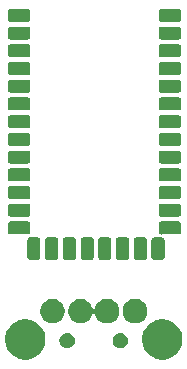
<source format=gbr>
G04 #@! TF.GenerationSoftware,KiCad,Pcbnew,(5.1.5)-3*
G04 #@! TF.CreationDate,2021-04-30T23:34:10+03:00*
G04 #@! TF.ProjectId,HM10USBDongle,484d3130-5553-4424-946f-6e676c652e6b,rev?*
G04 #@! TF.SameCoordinates,Original*
G04 #@! TF.FileFunction,Soldermask,Top*
G04 #@! TF.FilePolarity,Negative*
%FSLAX46Y46*%
G04 Gerber Fmt 4.6, Leading zero omitted, Abs format (unit mm)*
G04 Created by KiCad (PCBNEW (5.1.5)-3) date 2021-04-30 23:34:10*
%MOMM*%
%LPD*%
G04 APERTURE LIST*
%ADD10C,0.100000*%
G04 APERTURE END LIST*
D10*
G36*
X139918354Y-93330375D02*
G01*
X140028439Y-93352272D01*
X140339534Y-93481132D01*
X140619512Y-93668207D01*
X140857613Y-93906308D01*
X141044688Y-94186286D01*
X141161622Y-94468588D01*
X141173548Y-94497382D01*
X141231049Y-94786454D01*
X141239240Y-94827637D01*
X141239240Y-95164363D01*
X141173548Y-95494619D01*
X141044688Y-95805714D01*
X140857613Y-96085692D01*
X140619512Y-96323793D01*
X140339534Y-96510868D01*
X140028439Y-96639728D01*
X139918354Y-96661625D01*
X139698185Y-96705420D01*
X139361455Y-96705420D01*
X139141286Y-96661625D01*
X139031201Y-96639728D01*
X138720106Y-96510868D01*
X138440128Y-96323793D01*
X138202027Y-96085692D01*
X138014952Y-95805714D01*
X137886092Y-95494619D01*
X137820400Y-95164363D01*
X137820400Y-94827637D01*
X137828592Y-94786454D01*
X137886092Y-94497382D01*
X137898019Y-94468588D01*
X138014952Y-94186286D01*
X138202027Y-93906308D01*
X138440128Y-93668207D01*
X138720106Y-93481132D01*
X139031201Y-93352272D01*
X139141286Y-93330375D01*
X139361455Y-93286580D01*
X139698185Y-93286580D01*
X139918354Y-93330375D01*
G37*
G36*
X128320714Y-93330375D02*
G01*
X128430799Y-93352272D01*
X128741894Y-93481132D01*
X129021872Y-93668207D01*
X129259973Y-93906308D01*
X129447048Y-94186286D01*
X129563982Y-94468588D01*
X129575908Y-94497382D01*
X129633409Y-94786454D01*
X129641600Y-94827637D01*
X129641600Y-95164363D01*
X129575908Y-95494619D01*
X129447048Y-95805714D01*
X129259973Y-96085692D01*
X129021872Y-96323793D01*
X128741894Y-96510868D01*
X128430799Y-96639728D01*
X128320714Y-96661625D01*
X128100545Y-96705420D01*
X127763815Y-96705420D01*
X127543646Y-96661625D01*
X127433561Y-96639728D01*
X127122466Y-96510868D01*
X126842488Y-96323793D01*
X126604387Y-96085692D01*
X126417312Y-95805714D01*
X126288452Y-95494619D01*
X126222760Y-95164363D01*
X126222760Y-94827637D01*
X126230952Y-94786454D01*
X126288452Y-94497382D01*
X126300379Y-94468588D01*
X126417312Y-94186286D01*
X126604387Y-93906308D01*
X126842488Y-93668207D01*
X127122466Y-93481132D01*
X127433561Y-93352272D01*
X127543646Y-93330375D01*
X127763815Y-93286580D01*
X128100545Y-93286580D01*
X128320714Y-93330375D01*
G37*
G36*
X131673137Y-94468587D02*
G01*
X131791707Y-94517700D01*
X131898411Y-94588997D01*
X131989163Y-94679749D01*
X132060460Y-94786453D01*
X132109573Y-94905023D01*
X132134610Y-95030891D01*
X132134610Y-95159229D01*
X132109573Y-95285097D01*
X132060460Y-95403667D01*
X131989163Y-95510371D01*
X131898411Y-95601123D01*
X131791707Y-95672420D01*
X131673137Y-95721533D01*
X131547269Y-95746570D01*
X131418931Y-95746570D01*
X131293063Y-95721533D01*
X131174493Y-95672420D01*
X131067789Y-95601123D01*
X130977037Y-95510371D01*
X130905740Y-95403667D01*
X130856627Y-95285097D01*
X130831590Y-95159229D01*
X130831590Y-95030891D01*
X130856627Y-94905023D01*
X130905740Y-94786453D01*
X130977037Y-94679749D01*
X131067789Y-94588997D01*
X131174493Y-94517700D01*
X131293063Y-94468587D01*
X131418931Y-94443550D01*
X131547269Y-94443550D01*
X131673137Y-94468587D01*
G37*
G36*
X136168937Y-94468587D02*
G01*
X136287507Y-94517700D01*
X136394211Y-94588997D01*
X136484963Y-94679749D01*
X136556260Y-94786453D01*
X136605373Y-94905023D01*
X136630410Y-95030891D01*
X136630410Y-95159229D01*
X136605373Y-95285097D01*
X136556260Y-95403667D01*
X136484963Y-95510371D01*
X136394211Y-95601123D01*
X136287507Y-95672420D01*
X136168937Y-95721533D01*
X136043069Y-95746570D01*
X135914731Y-95746570D01*
X135788863Y-95721533D01*
X135670293Y-95672420D01*
X135563589Y-95601123D01*
X135472837Y-95510371D01*
X135401540Y-95403667D01*
X135352427Y-95285097D01*
X135327390Y-95159229D01*
X135327390Y-95030891D01*
X135352427Y-94905023D01*
X135401540Y-94786453D01*
X135472837Y-94679749D01*
X135563589Y-94588997D01*
X135670293Y-94517700D01*
X135788863Y-94468587D01*
X135914731Y-94443550D01*
X136043069Y-94443550D01*
X136168937Y-94468587D01*
G37*
G36*
X132909545Y-91596860D02*
G01*
X133099068Y-91675363D01*
X133269634Y-91789332D01*
X133414688Y-91934386D01*
X133414689Y-91934388D01*
X133528658Y-92104954D01*
X133607160Y-92294475D01*
X133608403Y-92300725D01*
X133615516Y-92324174D01*
X133627067Y-92345784D01*
X133642612Y-92364726D01*
X133661554Y-92380272D01*
X133683165Y-92391823D01*
X133706613Y-92398936D01*
X133731000Y-92401338D01*
X133755386Y-92398936D01*
X133778835Y-92391823D01*
X133800445Y-92380272D01*
X133819387Y-92364727D01*
X133834933Y-92345785D01*
X133846484Y-92324174D01*
X133853597Y-92300725D01*
X133854840Y-92294475D01*
X133933342Y-92104954D01*
X134047311Y-91934388D01*
X134047312Y-91934386D01*
X134192366Y-91789332D01*
X134362932Y-91675363D01*
X134552455Y-91596860D01*
X134753650Y-91556840D01*
X134958790Y-91556840D01*
X135159985Y-91596860D01*
X135349508Y-91675363D01*
X135520074Y-91789332D01*
X135665128Y-91934386D01*
X135779097Y-92104952D01*
X135857600Y-92294475D01*
X135897620Y-92495671D01*
X135897620Y-92700809D01*
X135857600Y-92902005D01*
X135779097Y-93091528D01*
X135665128Y-93262094D01*
X135520074Y-93407148D01*
X135349508Y-93521117D01*
X135349507Y-93521118D01*
X135349506Y-93521118D01*
X135159985Y-93599620D01*
X134958790Y-93639640D01*
X134753650Y-93639640D01*
X134552455Y-93599620D01*
X134362934Y-93521118D01*
X134362933Y-93521118D01*
X134362932Y-93521117D01*
X134192366Y-93407148D01*
X134047312Y-93262094D01*
X133933343Y-93091528D01*
X133854840Y-92902005D01*
X133853596Y-92895753D01*
X133846484Y-92872306D01*
X133834933Y-92850696D01*
X133819388Y-92831754D01*
X133800446Y-92816208D01*
X133778835Y-92804657D01*
X133755387Y-92797544D01*
X133731000Y-92795142D01*
X133706614Y-92797544D01*
X133683165Y-92804657D01*
X133661555Y-92816208D01*
X133642613Y-92831753D01*
X133627067Y-92850695D01*
X133615516Y-92872306D01*
X133608404Y-92895753D01*
X133607160Y-92902005D01*
X133528657Y-93091528D01*
X133414688Y-93262094D01*
X133269634Y-93407148D01*
X133099068Y-93521117D01*
X133099067Y-93521118D01*
X133099066Y-93521118D01*
X132909545Y-93599620D01*
X132708350Y-93639640D01*
X132503210Y-93639640D01*
X132302015Y-93599620D01*
X132112494Y-93521118D01*
X132112493Y-93521118D01*
X132112492Y-93521117D01*
X131941926Y-93407148D01*
X131796872Y-93262094D01*
X131682903Y-93091528D01*
X131604400Y-92902005D01*
X131564380Y-92700809D01*
X131564380Y-92495671D01*
X131604400Y-92294475D01*
X131682903Y-92104952D01*
X131796872Y-91934386D01*
X131941926Y-91789332D01*
X132112492Y-91675363D01*
X132302015Y-91596860D01*
X132503210Y-91556840D01*
X132708350Y-91556840D01*
X132909545Y-91596860D01*
G37*
G36*
X130537185Y-91596860D02*
G01*
X130726708Y-91675363D01*
X130897274Y-91789332D01*
X131042328Y-91934386D01*
X131156297Y-92104952D01*
X131234800Y-92294475D01*
X131274820Y-92495671D01*
X131274820Y-92700809D01*
X131234800Y-92902005D01*
X131156297Y-93091528D01*
X131042328Y-93262094D01*
X130897274Y-93407148D01*
X130726708Y-93521117D01*
X130726707Y-93521118D01*
X130726706Y-93521118D01*
X130537185Y-93599620D01*
X130335990Y-93639640D01*
X130130850Y-93639640D01*
X129929655Y-93599620D01*
X129740134Y-93521118D01*
X129740133Y-93521118D01*
X129740132Y-93521117D01*
X129569566Y-93407148D01*
X129424512Y-93262094D01*
X129310543Y-93091528D01*
X129232040Y-92902005D01*
X129192020Y-92700809D01*
X129192020Y-92495671D01*
X129232040Y-92294475D01*
X129310543Y-92104952D01*
X129424512Y-91934386D01*
X129569566Y-91789332D01*
X129740132Y-91675363D01*
X129929655Y-91596860D01*
X130130850Y-91556840D01*
X130335990Y-91556840D01*
X130537185Y-91596860D01*
G37*
G36*
X137532345Y-91596860D02*
G01*
X137721868Y-91675363D01*
X137892434Y-91789332D01*
X138037488Y-91934386D01*
X138151457Y-92104952D01*
X138229960Y-92294475D01*
X138269980Y-92495671D01*
X138269980Y-92700809D01*
X138229960Y-92902005D01*
X138151457Y-93091528D01*
X138037488Y-93262094D01*
X137892434Y-93407148D01*
X137721868Y-93521117D01*
X137721867Y-93521118D01*
X137721866Y-93521118D01*
X137532345Y-93599620D01*
X137331150Y-93639640D01*
X137126010Y-93639640D01*
X136924815Y-93599620D01*
X136735294Y-93521118D01*
X136735293Y-93521118D01*
X136735292Y-93521117D01*
X136564726Y-93407148D01*
X136419672Y-93262094D01*
X136305703Y-93091528D01*
X136227200Y-92902005D01*
X136187180Y-92700809D01*
X136187180Y-92495671D01*
X136227200Y-92294475D01*
X136305703Y-92104952D01*
X136419672Y-91934386D01*
X136564726Y-91789332D01*
X136735292Y-91675363D01*
X136924815Y-91596860D01*
X137126010Y-91556840D01*
X137331150Y-91556840D01*
X137532345Y-91596860D01*
G37*
G36*
X138050433Y-86357686D02*
G01*
X138090283Y-86369774D01*
X138126998Y-86389399D01*
X138159185Y-86415814D01*
X138185600Y-86448001D01*
X138205225Y-86484716D01*
X138217313Y-86524566D01*
X138221999Y-86572141D01*
X138221999Y-88035859D01*
X138217313Y-88083434D01*
X138205225Y-88123284D01*
X138185600Y-88159999D01*
X138159185Y-88192186D01*
X138126998Y-88218601D01*
X138090283Y-88238226D01*
X138050433Y-88250314D01*
X138002858Y-88255000D01*
X137339140Y-88255000D01*
X137291565Y-88250314D01*
X137251715Y-88238226D01*
X137215000Y-88218601D01*
X137182813Y-88192186D01*
X137156398Y-88159999D01*
X137136773Y-88123284D01*
X137124685Y-88083434D01*
X137119999Y-88035859D01*
X137119999Y-86572141D01*
X137124685Y-86524566D01*
X137136773Y-86484716D01*
X137156398Y-86448001D01*
X137182813Y-86415814D01*
X137215000Y-86389399D01*
X137251715Y-86369774D01*
X137291565Y-86357686D01*
X137339140Y-86353000D01*
X138002858Y-86353000D01*
X138050433Y-86357686D01*
G37*
G36*
X132050433Y-86357686D02*
G01*
X132090283Y-86369774D01*
X132126998Y-86389399D01*
X132159185Y-86415814D01*
X132185600Y-86448001D01*
X132205225Y-86484716D01*
X132217313Y-86524566D01*
X132221999Y-86572141D01*
X132221999Y-88035859D01*
X132217313Y-88083434D01*
X132205225Y-88123284D01*
X132185600Y-88159999D01*
X132159185Y-88192186D01*
X132126998Y-88218601D01*
X132090283Y-88238226D01*
X132050433Y-88250314D01*
X132002858Y-88255000D01*
X131339140Y-88255000D01*
X131291565Y-88250314D01*
X131251715Y-88238226D01*
X131215000Y-88218601D01*
X131182813Y-88192186D01*
X131156398Y-88159999D01*
X131136773Y-88123284D01*
X131124685Y-88083434D01*
X131119999Y-88035859D01*
X131119999Y-86572141D01*
X131124685Y-86524566D01*
X131136773Y-86484716D01*
X131156398Y-86448001D01*
X131182813Y-86415814D01*
X131215000Y-86389399D01*
X131251715Y-86369774D01*
X131291565Y-86357686D01*
X131339140Y-86353000D01*
X132002858Y-86353000D01*
X132050433Y-86357686D01*
G37*
G36*
X130550433Y-86357686D02*
G01*
X130590283Y-86369774D01*
X130626998Y-86389399D01*
X130659185Y-86415814D01*
X130685600Y-86448001D01*
X130705225Y-86484716D01*
X130717313Y-86524566D01*
X130721999Y-86572141D01*
X130721999Y-88035859D01*
X130717313Y-88083434D01*
X130705225Y-88123284D01*
X130685600Y-88159999D01*
X130659185Y-88192186D01*
X130626998Y-88218601D01*
X130590283Y-88238226D01*
X130550433Y-88250314D01*
X130502858Y-88255000D01*
X129839140Y-88255000D01*
X129791565Y-88250314D01*
X129751715Y-88238226D01*
X129715000Y-88218601D01*
X129682813Y-88192186D01*
X129656398Y-88159999D01*
X129636773Y-88123284D01*
X129624685Y-88083434D01*
X129619999Y-88035859D01*
X129619999Y-86572141D01*
X129624685Y-86524566D01*
X129636773Y-86484716D01*
X129656398Y-86448001D01*
X129682813Y-86415814D01*
X129715000Y-86389399D01*
X129751715Y-86369774D01*
X129791565Y-86357686D01*
X129839140Y-86353000D01*
X130502858Y-86353000D01*
X130550433Y-86357686D01*
G37*
G36*
X135050433Y-86357686D02*
G01*
X135090283Y-86369774D01*
X135126998Y-86389399D01*
X135159185Y-86415814D01*
X135185600Y-86448001D01*
X135205225Y-86484716D01*
X135217313Y-86524566D01*
X135221999Y-86572141D01*
X135221999Y-88035859D01*
X135217313Y-88083434D01*
X135205225Y-88123284D01*
X135185600Y-88159999D01*
X135159185Y-88192186D01*
X135126998Y-88218601D01*
X135090283Y-88238226D01*
X135050433Y-88250314D01*
X135002858Y-88255000D01*
X134339140Y-88255000D01*
X134291565Y-88250314D01*
X134251715Y-88238226D01*
X134215000Y-88218601D01*
X134182813Y-88192186D01*
X134156398Y-88159999D01*
X134136773Y-88123284D01*
X134124685Y-88083434D01*
X134119999Y-88035859D01*
X134119999Y-86572141D01*
X134124685Y-86524566D01*
X134136773Y-86484716D01*
X134156398Y-86448001D01*
X134182813Y-86415814D01*
X134215000Y-86389399D01*
X134251715Y-86369774D01*
X134291565Y-86357686D01*
X134339140Y-86353000D01*
X135002858Y-86353000D01*
X135050433Y-86357686D01*
G37*
G36*
X139481449Y-86345483D02*
G01*
X139517031Y-86354396D01*
X139550433Y-86357686D01*
X139590283Y-86369774D01*
X139626998Y-86389399D01*
X139659185Y-86415814D01*
X139685600Y-86448001D01*
X139705225Y-86484716D01*
X139717313Y-86524566D01*
X139721999Y-86572141D01*
X139721999Y-88035859D01*
X139717313Y-88083434D01*
X139705225Y-88123284D01*
X139685600Y-88159999D01*
X139659185Y-88192186D01*
X139626998Y-88218601D01*
X139590283Y-88238226D01*
X139550433Y-88250314D01*
X139502858Y-88255000D01*
X138839140Y-88255000D01*
X138791565Y-88250314D01*
X138751715Y-88238226D01*
X138715000Y-88218601D01*
X138682813Y-88192186D01*
X138656398Y-88159999D01*
X138636773Y-88123284D01*
X138624685Y-88083434D01*
X138619999Y-88035859D01*
X138619999Y-86572141D01*
X138624685Y-86524566D01*
X138636773Y-86484716D01*
X138656398Y-86448001D01*
X138682813Y-86415814D01*
X138715000Y-86389399D01*
X138751715Y-86369774D01*
X138791565Y-86357686D01*
X138839140Y-86353000D01*
X139412714Y-86353000D01*
X139437100Y-86350598D01*
X139460549Y-86343485D01*
X139469130Y-86338899D01*
X139481449Y-86345483D01*
G37*
G36*
X136550433Y-86357686D02*
G01*
X136590283Y-86369774D01*
X136626998Y-86389399D01*
X136659185Y-86415814D01*
X136685600Y-86448001D01*
X136705225Y-86484716D01*
X136717313Y-86524566D01*
X136721999Y-86572141D01*
X136721999Y-88035859D01*
X136717313Y-88083434D01*
X136705225Y-88123284D01*
X136685600Y-88159999D01*
X136659185Y-88192186D01*
X136626998Y-88218601D01*
X136590283Y-88238226D01*
X136550433Y-88250314D01*
X136502858Y-88255000D01*
X135839140Y-88255000D01*
X135791565Y-88250314D01*
X135751715Y-88238226D01*
X135715000Y-88218601D01*
X135682813Y-88192186D01*
X135656398Y-88159999D01*
X135636773Y-88123284D01*
X135624685Y-88083434D01*
X135619999Y-88035859D01*
X135619999Y-86572141D01*
X135624685Y-86524566D01*
X135636773Y-86484716D01*
X135656398Y-86448001D01*
X135682813Y-86415814D01*
X135715000Y-86389399D01*
X135751715Y-86369774D01*
X135791565Y-86357686D01*
X135839140Y-86353000D01*
X136502858Y-86353000D01*
X136550433Y-86357686D01*
G37*
G36*
X133550433Y-86357686D02*
G01*
X133590283Y-86369774D01*
X133626998Y-86389399D01*
X133659185Y-86415814D01*
X133685600Y-86448001D01*
X133705225Y-86484716D01*
X133717313Y-86524566D01*
X133721999Y-86572141D01*
X133721999Y-88035859D01*
X133717313Y-88083434D01*
X133705225Y-88123284D01*
X133685600Y-88159999D01*
X133659185Y-88192186D01*
X133626998Y-88218601D01*
X133590283Y-88238226D01*
X133550433Y-88250314D01*
X133502858Y-88255000D01*
X132839140Y-88255000D01*
X132791565Y-88250314D01*
X132751715Y-88238226D01*
X132715000Y-88218601D01*
X132682813Y-88192186D01*
X132656398Y-88159999D01*
X132636773Y-88123284D01*
X132624685Y-88083434D01*
X132619999Y-88035859D01*
X132619999Y-86572141D01*
X132624685Y-86524566D01*
X132636773Y-86484716D01*
X132656398Y-86448001D01*
X132682813Y-86415814D01*
X132715000Y-86389399D01*
X132751715Y-86369774D01*
X132791565Y-86357686D01*
X132839140Y-86353000D01*
X133502858Y-86353000D01*
X133550433Y-86357686D01*
G37*
G36*
X129050433Y-86357686D02*
G01*
X129090283Y-86369774D01*
X129126998Y-86389399D01*
X129159185Y-86415814D01*
X129185600Y-86448001D01*
X129205225Y-86484716D01*
X129217313Y-86524566D01*
X129221999Y-86572141D01*
X129221999Y-88035859D01*
X129217313Y-88083434D01*
X129205225Y-88123284D01*
X129185600Y-88159999D01*
X129159185Y-88192186D01*
X129126998Y-88218601D01*
X129090283Y-88238226D01*
X129050433Y-88250314D01*
X129002858Y-88255000D01*
X128339140Y-88255000D01*
X128291565Y-88250314D01*
X128251715Y-88238226D01*
X128215000Y-88218601D01*
X128182813Y-88192186D01*
X128156398Y-88159999D01*
X128136773Y-88123284D01*
X128124685Y-88083434D01*
X128119999Y-88035859D01*
X128119999Y-86572141D01*
X128124685Y-86524566D01*
X128136773Y-86484716D01*
X128156398Y-86448001D01*
X128182813Y-86415814D01*
X128215000Y-86389399D01*
X128251715Y-86369774D01*
X128291565Y-86357686D01*
X128339140Y-86353000D01*
X129002858Y-86353000D01*
X129050433Y-86357686D01*
G37*
G36*
X140950433Y-85007686D02*
G01*
X140990283Y-85019774D01*
X141026998Y-85039399D01*
X141059185Y-85065814D01*
X141085600Y-85098001D01*
X141105225Y-85134716D01*
X141117313Y-85174566D01*
X141121999Y-85222141D01*
X141121999Y-85885859D01*
X141117313Y-85933434D01*
X141105225Y-85973284D01*
X141085600Y-86009999D01*
X141059185Y-86042186D01*
X141026998Y-86068601D01*
X140990283Y-86088226D01*
X140950433Y-86100314D01*
X140902858Y-86105000D01*
X139529284Y-86105000D01*
X139504898Y-86107402D01*
X139481449Y-86114515D01*
X139472868Y-86119101D01*
X139460549Y-86112517D01*
X139424967Y-86103604D01*
X139391565Y-86100314D01*
X139351715Y-86088226D01*
X139315000Y-86068601D01*
X139282813Y-86042186D01*
X139256398Y-86009999D01*
X139236773Y-85973284D01*
X139224685Y-85933434D01*
X139219999Y-85885859D01*
X139219999Y-85222141D01*
X139224685Y-85174566D01*
X139236773Y-85134716D01*
X139256398Y-85098001D01*
X139282813Y-85065814D01*
X139315000Y-85039399D01*
X139351715Y-85019774D01*
X139391565Y-85007686D01*
X139439140Y-85003000D01*
X140902858Y-85003000D01*
X140950433Y-85007686D01*
G37*
G36*
X128200433Y-85007686D02*
G01*
X128240283Y-85019774D01*
X128276998Y-85039399D01*
X128309185Y-85065814D01*
X128335600Y-85098001D01*
X128355225Y-85134716D01*
X128367313Y-85174566D01*
X128371999Y-85222141D01*
X128371999Y-85885859D01*
X128367313Y-85933434D01*
X128355225Y-85973284D01*
X128335600Y-86009999D01*
X128309185Y-86042186D01*
X128276998Y-86068601D01*
X128240283Y-86088226D01*
X128200433Y-86100314D01*
X128152858Y-86105000D01*
X126689140Y-86105000D01*
X126641565Y-86100314D01*
X126601715Y-86088226D01*
X126565000Y-86068601D01*
X126532813Y-86042186D01*
X126506398Y-86009999D01*
X126486773Y-85973284D01*
X126474685Y-85933434D01*
X126469999Y-85885859D01*
X126469999Y-85222141D01*
X126474685Y-85174566D01*
X126486773Y-85134716D01*
X126506398Y-85098001D01*
X126532813Y-85065814D01*
X126565000Y-85039399D01*
X126601715Y-85019774D01*
X126641565Y-85007686D01*
X126689140Y-85003000D01*
X128152858Y-85003000D01*
X128200433Y-85007686D01*
G37*
G36*
X140950433Y-83507686D02*
G01*
X140990283Y-83519774D01*
X141026998Y-83539399D01*
X141059185Y-83565814D01*
X141085600Y-83598001D01*
X141105225Y-83634716D01*
X141117313Y-83674566D01*
X141121999Y-83722141D01*
X141121999Y-84385859D01*
X141117313Y-84433434D01*
X141105225Y-84473284D01*
X141085600Y-84509999D01*
X141059185Y-84542186D01*
X141026998Y-84568601D01*
X140990283Y-84588226D01*
X140950433Y-84600314D01*
X140902858Y-84605000D01*
X139439140Y-84605000D01*
X139391565Y-84600314D01*
X139351715Y-84588226D01*
X139315000Y-84568601D01*
X139282813Y-84542186D01*
X139256398Y-84509999D01*
X139236773Y-84473284D01*
X139224685Y-84433434D01*
X139219999Y-84385859D01*
X139219999Y-83722141D01*
X139224685Y-83674566D01*
X139236773Y-83634716D01*
X139256398Y-83598001D01*
X139282813Y-83565814D01*
X139315000Y-83539399D01*
X139351715Y-83519774D01*
X139391565Y-83507686D01*
X139439140Y-83503000D01*
X140902858Y-83503000D01*
X140950433Y-83507686D01*
G37*
G36*
X128200433Y-83507686D02*
G01*
X128240283Y-83519774D01*
X128276998Y-83539399D01*
X128309185Y-83565814D01*
X128335600Y-83598001D01*
X128355225Y-83634716D01*
X128367313Y-83674566D01*
X128371999Y-83722141D01*
X128371999Y-84385859D01*
X128367313Y-84433434D01*
X128355225Y-84473284D01*
X128335600Y-84509999D01*
X128309185Y-84542186D01*
X128276998Y-84568601D01*
X128240283Y-84588226D01*
X128200433Y-84600314D01*
X128152858Y-84605000D01*
X126689140Y-84605000D01*
X126641565Y-84600314D01*
X126601715Y-84588226D01*
X126565000Y-84568601D01*
X126532813Y-84542186D01*
X126506398Y-84509999D01*
X126486773Y-84473284D01*
X126474685Y-84433434D01*
X126469999Y-84385859D01*
X126469999Y-83722141D01*
X126474685Y-83674566D01*
X126486773Y-83634716D01*
X126506398Y-83598001D01*
X126532813Y-83565814D01*
X126565000Y-83539399D01*
X126601715Y-83519774D01*
X126641565Y-83507686D01*
X126689140Y-83503000D01*
X128152858Y-83503000D01*
X128200433Y-83507686D01*
G37*
G36*
X128200433Y-82007686D02*
G01*
X128240283Y-82019774D01*
X128276998Y-82039399D01*
X128309185Y-82065814D01*
X128335600Y-82098001D01*
X128355225Y-82134716D01*
X128367313Y-82174566D01*
X128371999Y-82222141D01*
X128371999Y-82885859D01*
X128367313Y-82933434D01*
X128355225Y-82973284D01*
X128335600Y-83009999D01*
X128309185Y-83042186D01*
X128276998Y-83068601D01*
X128240283Y-83088226D01*
X128200433Y-83100314D01*
X128152858Y-83105000D01*
X126689140Y-83105000D01*
X126641565Y-83100314D01*
X126601715Y-83088226D01*
X126565000Y-83068601D01*
X126532813Y-83042186D01*
X126506398Y-83009999D01*
X126486773Y-82973284D01*
X126474685Y-82933434D01*
X126469999Y-82885859D01*
X126469999Y-82222141D01*
X126474685Y-82174566D01*
X126486773Y-82134716D01*
X126506398Y-82098001D01*
X126532813Y-82065814D01*
X126565000Y-82039399D01*
X126601715Y-82019774D01*
X126641565Y-82007686D01*
X126689140Y-82003000D01*
X128152858Y-82003000D01*
X128200433Y-82007686D01*
G37*
G36*
X140950433Y-82007686D02*
G01*
X140990283Y-82019774D01*
X141026998Y-82039399D01*
X141059185Y-82065814D01*
X141085600Y-82098001D01*
X141105225Y-82134716D01*
X141117313Y-82174566D01*
X141121999Y-82222141D01*
X141121999Y-82885859D01*
X141117313Y-82933434D01*
X141105225Y-82973284D01*
X141085600Y-83009999D01*
X141059185Y-83042186D01*
X141026998Y-83068601D01*
X140990283Y-83088226D01*
X140950433Y-83100314D01*
X140902858Y-83105000D01*
X139439140Y-83105000D01*
X139391565Y-83100314D01*
X139351715Y-83088226D01*
X139315000Y-83068601D01*
X139282813Y-83042186D01*
X139256398Y-83009999D01*
X139236773Y-82973284D01*
X139224685Y-82933434D01*
X139219999Y-82885859D01*
X139219999Y-82222141D01*
X139224685Y-82174566D01*
X139236773Y-82134716D01*
X139256398Y-82098001D01*
X139282813Y-82065814D01*
X139315000Y-82039399D01*
X139351715Y-82019774D01*
X139391565Y-82007686D01*
X139439140Y-82003000D01*
X140902858Y-82003000D01*
X140950433Y-82007686D01*
G37*
G36*
X128200433Y-80507686D02*
G01*
X128240283Y-80519774D01*
X128276998Y-80539399D01*
X128309185Y-80565814D01*
X128335600Y-80598001D01*
X128355225Y-80634716D01*
X128367313Y-80674566D01*
X128371999Y-80722141D01*
X128371999Y-81385859D01*
X128367313Y-81433434D01*
X128355225Y-81473284D01*
X128335600Y-81509999D01*
X128309185Y-81542186D01*
X128276998Y-81568601D01*
X128240283Y-81588226D01*
X128200433Y-81600314D01*
X128152858Y-81605000D01*
X126689140Y-81605000D01*
X126641565Y-81600314D01*
X126601715Y-81588226D01*
X126565000Y-81568601D01*
X126532813Y-81542186D01*
X126506398Y-81509999D01*
X126486773Y-81473284D01*
X126474685Y-81433434D01*
X126469999Y-81385859D01*
X126469999Y-80722141D01*
X126474685Y-80674566D01*
X126486773Y-80634716D01*
X126506398Y-80598001D01*
X126532813Y-80565814D01*
X126565000Y-80539399D01*
X126601715Y-80519774D01*
X126641565Y-80507686D01*
X126689140Y-80503000D01*
X128152858Y-80503000D01*
X128200433Y-80507686D01*
G37*
G36*
X140950433Y-80507686D02*
G01*
X140990283Y-80519774D01*
X141026998Y-80539399D01*
X141059185Y-80565814D01*
X141085600Y-80598001D01*
X141105225Y-80634716D01*
X141117313Y-80674566D01*
X141121999Y-80722141D01*
X141121999Y-81385859D01*
X141117313Y-81433434D01*
X141105225Y-81473284D01*
X141085600Y-81509999D01*
X141059185Y-81542186D01*
X141026998Y-81568601D01*
X140990283Y-81588226D01*
X140950433Y-81600314D01*
X140902858Y-81605000D01*
X139439140Y-81605000D01*
X139391565Y-81600314D01*
X139351715Y-81588226D01*
X139315000Y-81568601D01*
X139282813Y-81542186D01*
X139256398Y-81509999D01*
X139236773Y-81473284D01*
X139224685Y-81433434D01*
X139219999Y-81385859D01*
X139219999Y-80722141D01*
X139224685Y-80674566D01*
X139236773Y-80634716D01*
X139256398Y-80598001D01*
X139282813Y-80565814D01*
X139315000Y-80539399D01*
X139351715Y-80519774D01*
X139391565Y-80507686D01*
X139439140Y-80503000D01*
X140902858Y-80503000D01*
X140950433Y-80507686D01*
G37*
G36*
X140950433Y-79007686D02*
G01*
X140990283Y-79019774D01*
X141026998Y-79039399D01*
X141059185Y-79065814D01*
X141085600Y-79098001D01*
X141105225Y-79134716D01*
X141117313Y-79174566D01*
X141121999Y-79222141D01*
X141121999Y-79885859D01*
X141117313Y-79933434D01*
X141105225Y-79973284D01*
X141085600Y-80009999D01*
X141059185Y-80042186D01*
X141026998Y-80068601D01*
X140990283Y-80088226D01*
X140950433Y-80100314D01*
X140902858Y-80105000D01*
X139439140Y-80105000D01*
X139391565Y-80100314D01*
X139351715Y-80088226D01*
X139315000Y-80068601D01*
X139282813Y-80042186D01*
X139256398Y-80009999D01*
X139236773Y-79973284D01*
X139224685Y-79933434D01*
X139219999Y-79885859D01*
X139219999Y-79222141D01*
X139224685Y-79174566D01*
X139236773Y-79134716D01*
X139256398Y-79098001D01*
X139282813Y-79065814D01*
X139315000Y-79039399D01*
X139351715Y-79019774D01*
X139391565Y-79007686D01*
X139439140Y-79003000D01*
X140902858Y-79003000D01*
X140950433Y-79007686D01*
G37*
G36*
X128200433Y-79007686D02*
G01*
X128240283Y-79019774D01*
X128276998Y-79039399D01*
X128309185Y-79065814D01*
X128335600Y-79098001D01*
X128355225Y-79134716D01*
X128367313Y-79174566D01*
X128371999Y-79222141D01*
X128371999Y-79885859D01*
X128367313Y-79933434D01*
X128355225Y-79973284D01*
X128335600Y-80009999D01*
X128309185Y-80042186D01*
X128276998Y-80068601D01*
X128240283Y-80088226D01*
X128200433Y-80100314D01*
X128152858Y-80105000D01*
X126689140Y-80105000D01*
X126641565Y-80100314D01*
X126601715Y-80088226D01*
X126565000Y-80068601D01*
X126532813Y-80042186D01*
X126506398Y-80009999D01*
X126486773Y-79973284D01*
X126474685Y-79933434D01*
X126469999Y-79885859D01*
X126469999Y-79222141D01*
X126474685Y-79174566D01*
X126486773Y-79134716D01*
X126506398Y-79098001D01*
X126532813Y-79065814D01*
X126565000Y-79039399D01*
X126601715Y-79019774D01*
X126641565Y-79007686D01*
X126689140Y-79003000D01*
X128152858Y-79003000D01*
X128200433Y-79007686D01*
G37*
G36*
X140950433Y-77507686D02*
G01*
X140990283Y-77519774D01*
X141026998Y-77539399D01*
X141059185Y-77565814D01*
X141085600Y-77598001D01*
X141105225Y-77634716D01*
X141117313Y-77674566D01*
X141121999Y-77722141D01*
X141121999Y-78385859D01*
X141117313Y-78433434D01*
X141105225Y-78473284D01*
X141085600Y-78509999D01*
X141059185Y-78542186D01*
X141026998Y-78568601D01*
X140990283Y-78588226D01*
X140950433Y-78600314D01*
X140902858Y-78605000D01*
X139439140Y-78605000D01*
X139391565Y-78600314D01*
X139351715Y-78588226D01*
X139315000Y-78568601D01*
X139282813Y-78542186D01*
X139256398Y-78509999D01*
X139236773Y-78473284D01*
X139224685Y-78433434D01*
X139219999Y-78385859D01*
X139219999Y-77722141D01*
X139224685Y-77674566D01*
X139236773Y-77634716D01*
X139256398Y-77598001D01*
X139282813Y-77565814D01*
X139315000Y-77539399D01*
X139351715Y-77519774D01*
X139391565Y-77507686D01*
X139439140Y-77503000D01*
X140902858Y-77503000D01*
X140950433Y-77507686D01*
G37*
G36*
X128200433Y-77507686D02*
G01*
X128240283Y-77519774D01*
X128276998Y-77539399D01*
X128309185Y-77565814D01*
X128335600Y-77598001D01*
X128355225Y-77634716D01*
X128367313Y-77674566D01*
X128371999Y-77722141D01*
X128371999Y-78385859D01*
X128367313Y-78433434D01*
X128355225Y-78473284D01*
X128335600Y-78509999D01*
X128309185Y-78542186D01*
X128276998Y-78568601D01*
X128240283Y-78588226D01*
X128200433Y-78600314D01*
X128152858Y-78605000D01*
X126689140Y-78605000D01*
X126641565Y-78600314D01*
X126601715Y-78588226D01*
X126565000Y-78568601D01*
X126532813Y-78542186D01*
X126506398Y-78509999D01*
X126486773Y-78473284D01*
X126474685Y-78433434D01*
X126469999Y-78385859D01*
X126469999Y-77722141D01*
X126474685Y-77674566D01*
X126486773Y-77634716D01*
X126506398Y-77598001D01*
X126532813Y-77565814D01*
X126565000Y-77539399D01*
X126601715Y-77519774D01*
X126641565Y-77507686D01*
X126689140Y-77503000D01*
X128152858Y-77503000D01*
X128200433Y-77507686D01*
G37*
G36*
X140950433Y-76007686D02*
G01*
X140990283Y-76019774D01*
X141026998Y-76039399D01*
X141059185Y-76065814D01*
X141085600Y-76098001D01*
X141105225Y-76134716D01*
X141117313Y-76174566D01*
X141121999Y-76222141D01*
X141121999Y-76885859D01*
X141117313Y-76933434D01*
X141105225Y-76973284D01*
X141085600Y-77009999D01*
X141059185Y-77042186D01*
X141026998Y-77068601D01*
X140990283Y-77088226D01*
X140950433Y-77100314D01*
X140902858Y-77105000D01*
X139439140Y-77105000D01*
X139391565Y-77100314D01*
X139351715Y-77088226D01*
X139315000Y-77068601D01*
X139282813Y-77042186D01*
X139256398Y-77009999D01*
X139236773Y-76973284D01*
X139224685Y-76933434D01*
X139219999Y-76885859D01*
X139219999Y-76222141D01*
X139224685Y-76174566D01*
X139236773Y-76134716D01*
X139256398Y-76098001D01*
X139282813Y-76065814D01*
X139315000Y-76039399D01*
X139351715Y-76019774D01*
X139391565Y-76007686D01*
X139439140Y-76003000D01*
X140902858Y-76003000D01*
X140950433Y-76007686D01*
G37*
G36*
X128200433Y-76007686D02*
G01*
X128240283Y-76019774D01*
X128276998Y-76039399D01*
X128309185Y-76065814D01*
X128335600Y-76098001D01*
X128355225Y-76134716D01*
X128367313Y-76174566D01*
X128371999Y-76222141D01*
X128371999Y-76885859D01*
X128367313Y-76933434D01*
X128355225Y-76973284D01*
X128335600Y-77009999D01*
X128309185Y-77042186D01*
X128276998Y-77068601D01*
X128240283Y-77088226D01*
X128200433Y-77100314D01*
X128152858Y-77105000D01*
X126689140Y-77105000D01*
X126641565Y-77100314D01*
X126601715Y-77088226D01*
X126565000Y-77068601D01*
X126532813Y-77042186D01*
X126506398Y-77009999D01*
X126486773Y-76973284D01*
X126474685Y-76933434D01*
X126469999Y-76885859D01*
X126469999Y-76222141D01*
X126474685Y-76174566D01*
X126486773Y-76134716D01*
X126506398Y-76098001D01*
X126532813Y-76065814D01*
X126565000Y-76039399D01*
X126601715Y-76019774D01*
X126641565Y-76007686D01*
X126689140Y-76003000D01*
X128152858Y-76003000D01*
X128200433Y-76007686D01*
G37*
G36*
X128200433Y-74507686D02*
G01*
X128240283Y-74519774D01*
X128276998Y-74539399D01*
X128309185Y-74565814D01*
X128335600Y-74598001D01*
X128355225Y-74634716D01*
X128367313Y-74674566D01*
X128371999Y-74722141D01*
X128371999Y-75385859D01*
X128367313Y-75433434D01*
X128355225Y-75473284D01*
X128335600Y-75509999D01*
X128309185Y-75542186D01*
X128276998Y-75568601D01*
X128240283Y-75588226D01*
X128200433Y-75600314D01*
X128152858Y-75605000D01*
X126689140Y-75605000D01*
X126641565Y-75600314D01*
X126601715Y-75588226D01*
X126565000Y-75568601D01*
X126532813Y-75542186D01*
X126506398Y-75509999D01*
X126486773Y-75473284D01*
X126474685Y-75433434D01*
X126469999Y-75385859D01*
X126469999Y-74722141D01*
X126474685Y-74674566D01*
X126486773Y-74634716D01*
X126506398Y-74598001D01*
X126532813Y-74565814D01*
X126565000Y-74539399D01*
X126601715Y-74519774D01*
X126641565Y-74507686D01*
X126689140Y-74503000D01*
X128152858Y-74503000D01*
X128200433Y-74507686D01*
G37*
G36*
X140950433Y-74507686D02*
G01*
X140990283Y-74519774D01*
X141026998Y-74539399D01*
X141059185Y-74565814D01*
X141085600Y-74598001D01*
X141105225Y-74634716D01*
X141117313Y-74674566D01*
X141121999Y-74722141D01*
X141121999Y-75385859D01*
X141117313Y-75433434D01*
X141105225Y-75473284D01*
X141085600Y-75509999D01*
X141059185Y-75542186D01*
X141026998Y-75568601D01*
X140990283Y-75588226D01*
X140950433Y-75600314D01*
X140902858Y-75605000D01*
X139439140Y-75605000D01*
X139391565Y-75600314D01*
X139351715Y-75588226D01*
X139315000Y-75568601D01*
X139282813Y-75542186D01*
X139256398Y-75509999D01*
X139236773Y-75473284D01*
X139224685Y-75433434D01*
X139219999Y-75385859D01*
X139219999Y-74722141D01*
X139224685Y-74674566D01*
X139236773Y-74634716D01*
X139256398Y-74598001D01*
X139282813Y-74565814D01*
X139315000Y-74539399D01*
X139351715Y-74519774D01*
X139391565Y-74507686D01*
X139439140Y-74503000D01*
X140902858Y-74503000D01*
X140950433Y-74507686D01*
G37*
G36*
X140950433Y-73007686D02*
G01*
X140990283Y-73019774D01*
X141026998Y-73039399D01*
X141059185Y-73065814D01*
X141085600Y-73098001D01*
X141105225Y-73134716D01*
X141117313Y-73174566D01*
X141121999Y-73222141D01*
X141121999Y-73885859D01*
X141117313Y-73933434D01*
X141105225Y-73973284D01*
X141085600Y-74009999D01*
X141059185Y-74042186D01*
X141026998Y-74068601D01*
X140990283Y-74088226D01*
X140950433Y-74100314D01*
X140902858Y-74105000D01*
X139439140Y-74105000D01*
X139391565Y-74100314D01*
X139351715Y-74088226D01*
X139315000Y-74068601D01*
X139282813Y-74042186D01*
X139256398Y-74009999D01*
X139236773Y-73973284D01*
X139224685Y-73933434D01*
X139219999Y-73885859D01*
X139219999Y-73222141D01*
X139224685Y-73174566D01*
X139236773Y-73134716D01*
X139256398Y-73098001D01*
X139282813Y-73065814D01*
X139315000Y-73039399D01*
X139351715Y-73019774D01*
X139391565Y-73007686D01*
X139439140Y-73003000D01*
X140902858Y-73003000D01*
X140950433Y-73007686D01*
G37*
G36*
X128200433Y-73007686D02*
G01*
X128240283Y-73019774D01*
X128276998Y-73039399D01*
X128309185Y-73065814D01*
X128335600Y-73098001D01*
X128355225Y-73134716D01*
X128367313Y-73174566D01*
X128371999Y-73222141D01*
X128371999Y-73885859D01*
X128367313Y-73933434D01*
X128355225Y-73973284D01*
X128335600Y-74009999D01*
X128309185Y-74042186D01*
X128276998Y-74068601D01*
X128240283Y-74088226D01*
X128200433Y-74100314D01*
X128152858Y-74105000D01*
X126689140Y-74105000D01*
X126641565Y-74100314D01*
X126601715Y-74088226D01*
X126565000Y-74068601D01*
X126532813Y-74042186D01*
X126506398Y-74009999D01*
X126486773Y-73973284D01*
X126474685Y-73933434D01*
X126469999Y-73885859D01*
X126469999Y-73222141D01*
X126474685Y-73174566D01*
X126486773Y-73134716D01*
X126506398Y-73098001D01*
X126532813Y-73065814D01*
X126565000Y-73039399D01*
X126601715Y-73019774D01*
X126641565Y-73007686D01*
X126689140Y-73003000D01*
X128152858Y-73003000D01*
X128200433Y-73007686D01*
G37*
G36*
X128200433Y-71507686D02*
G01*
X128240283Y-71519774D01*
X128276998Y-71539399D01*
X128309185Y-71565814D01*
X128335600Y-71598001D01*
X128355225Y-71634716D01*
X128367313Y-71674566D01*
X128371999Y-71722141D01*
X128371999Y-72385859D01*
X128367313Y-72433434D01*
X128355225Y-72473284D01*
X128335600Y-72509999D01*
X128309185Y-72542186D01*
X128276998Y-72568601D01*
X128240283Y-72588226D01*
X128200433Y-72600314D01*
X128152858Y-72605000D01*
X126689140Y-72605000D01*
X126641565Y-72600314D01*
X126601715Y-72588226D01*
X126565000Y-72568601D01*
X126532813Y-72542186D01*
X126506398Y-72509999D01*
X126486773Y-72473284D01*
X126474685Y-72433434D01*
X126469999Y-72385859D01*
X126469999Y-71722141D01*
X126474685Y-71674566D01*
X126486773Y-71634716D01*
X126506398Y-71598001D01*
X126532813Y-71565814D01*
X126565000Y-71539399D01*
X126601715Y-71519774D01*
X126641565Y-71507686D01*
X126689140Y-71503000D01*
X128152858Y-71503000D01*
X128200433Y-71507686D01*
G37*
G36*
X140950433Y-71507686D02*
G01*
X140990283Y-71519774D01*
X141026998Y-71539399D01*
X141059185Y-71565814D01*
X141085600Y-71598001D01*
X141105225Y-71634716D01*
X141117313Y-71674566D01*
X141121999Y-71722141D01*
X141121999Y-72385859D01*
X141117313Y-72433434D01*
X141105225Y-72473284D01*
X141085600Y-72509999D01*
X141059185Y-72542186D01*
X141026998Y-72568601D01*
X140990283Y-72588226D01*
X140950433Y-72600314D01*
X140902858Y-72605000D01*
X139439140Y-72605000D01*
X139391565Y-72600314D01*
X139351715Y-72588226D01*
X139315000Y-72568601D01*
X139282813Y-72542186D01*
X139256398Y-72509999D01*
X139236773Y-72473284D01*
X139224685Y-72433434D01*
X139219999Y-72385859D01*
X139219999Y-71722141D01*
X139224685Y-71674566D01*
X139236773Y-71634716D01*
X139256398Y-71598001D01*
X139282813Y-71565814D01*
X139315000Y-71539399D01*
X139351715Y-71519774D01*
X139391565Y-71507686D01*
X139439140Y-71503000D01*
X140902858Y-71503000D01*
X140950433Y-71507686D01*
G37*
G36*
X140950433Y-70007686D02*
G01*
X140990283Y-70019774D01*
X141026998Y-70039399D01*
X141059185Y-70065814D01*
X141085600Y-70098001D01*
X141105225Y-70134716D01*
X141117313Y-70174566D01*
X141121999Y-70222141D01*
X141121999Y-70885859D01*
X141117313Y-70933434D01*
X141105225Y-70973284D01*
X141085600Y-71009999D01*
X141059185Y-71042186D01*
X141026998Y-71068601D01*
X140990283Y-71088226D01*
X140950433Y-71100314D01*
X140902858Y-71105000D01*
X139439140Y-71105000D01*
X139391565Y-71100314D01*
X139351715Y-71088226D01*
X139315000Y-71068601D01*
X139282813Y-71042186D01*
X139256398Y-71009999D01*
X139236773Y-70973284D01*
X139224685Y-70933434D01*
X139219999Y-70885859D01*
X139219999Y-70222141D01*
X139224685Y-70174566D01*
X139236773Y-70134716D01*
X139256398Y-70098001D01*
X139282813Y-70065814D01*
X139315000Y-70039399D01*
X139351715Y-70019774D01*
X139391565Y-70007686D01*
X139439140Y-70003000D01*
X140902858Y-70003000D01*
X140950433Y-70007686D01*
G37*
G36*
X128200433Y-70007686D02*
G01*
X128240283Y-70019774D01*
X128276998Y-70039399D01*
X128309185Y-70065814D01*
X128335600Y-70098001D01*
X128355225Y-70134716D01*
X128367313Y-70174566D01*
X128371999Y-70222141D01*
X128371999Y-70885859D01*
X128367313Y-70933434D01*
X128355225Y-70973284D01*
X128335600Y-71009999D01*
X128309185Y-71042186D01*
X128276998Y-71068601D01*
X128240283Y-71088226D01*
X128200433Y-71100314D01*
X128152858Y-71105000D01*
X126689140Y-71105000D01*
X126641565Y-71100314D01*
X126601715Y-71088226D01*
X126565000Y-71068601D01*
X126532813Y-71042186D01*
X126506398Y-71009999D01*
X126486773Y-70973284D01*
X126474685Y-70933434D01*
X126469999Y-70885859D01*
X126469999Y-70222141D01*
X126474685Y-70174566D01*
X126486773Y-70134716D01*
X126506398Y-70098001D01*
X126532813Y-70065814D01*
X126565000Y-70039399D01*
X126601715Y-70019774D01*
X126641565Y-70007686D01*
X126689140Y-70003000D01*
X128152858Y-70003000D01*
X128200433Y-70007686D01*
G37*
G36*
X140950433Y-68507686D02*
G01*
X140990283Y-68519774D01*
X141026998Y-68539399D01*
X141059185Y-68565814D01*
X141085600Y-68598001D01*
X141105225Y-68634716D01*
X141117313Y-68674566D01*
X141121999Y-68722141D01*
X141121999Y-69385859D01*
X141117313Y-69433434D01*
X141105225Y-69473284D01*
X141085600Y-69509999D01*
X141059185Y-69542186D01*
X141026998Y-69568601D01*
X140990283Y-69588226D01*
X140950433Y-69600314D01*
X140902858Y-69605000D01*
X139439140Y-69605000D01*
X139391565Y-69600314D01*
X139351715Y-69588226D01*
X139315000Y-69568601D01*
X139282813Y-69542186D01*
X139256398Y-69509999D01*
X139236773Y-69473284D01*
X139224685Y-69433434D01*
X139219999Y-69385859D01*
X139219999Y-68722141D01*
X139224685Y-68674566D01*
X139236773Y-68634716D01*
X139256398Y-68598001D01*
X139282813Y-68565814D01*
X139315000Y-68539399D01*
X139351715Y-68519774D01*
X139391565Y-68507686D01*
X139439140Y-68503000D01*
X140902858Y-68503000D01*
X140950433Y-68507686D01*
G37*
G36*
X128200433Y-68507686D02*
G01*
X128240283Y-68519774D01*
X128276998Y-68539399D01*
X128309185Y-68565814D01*
X128335600Y-68598001D01*
X128355225Y-68634716D01*
X128367313Y-68674566D01*
X128371999Y-68722141D01*
X128371999Y-69385859D01*
X128367313Y-69433434D01*
X128355225Y-69473284D01*
X128335600Y-69509999D01*
X128309185Y-69542186D01*
X128276998Y-69568601D01*
X128240283Y-69588226D01*
X128200433Y-69600314D01*
X128152858Y-69605000D01*
X126689140Y-69605000D01*
X126641565Y-69600314D01*
X126601715Y-69588226D01*
X126565000Y-69568601D01*
X126532813Y-69542186D01*
X126506398Y-69509999D01*
X126486773Y-69473284D01*
X126474685Y-69433434D01*
X126469999Y-69385859D01*
X126469999Y-68722141D01*
X126474685Y-68674566D01*
X126486773Y-68634716D01*
X126506398Y-68598001D01*
X126532813Y-68565814D01*
X126565000Y-68539399D01*
X126601715Y-68519774D01*
X126641565Y-68507686D01*
X126689140Y-68503000D01*
X128152858Y-68503000D01*
X128200433Y-68507686D01*
G37*
G36*
X128200433Y-67007686D02*
G01*
X128240283Y-67019774D01*
X128276998Y-67039399D01*
X128309185Y-67065814D01*
X128335600Y-67098001D01*
X128355225Y-67134716D01*
X128367313Y-67174566D01*
X128371999Y-67222141D01*
X128371999Y-67885859D01*
X128367313Y-67933434D01*
X128355225Y-67973284D01*
X128335600Y-68009999D01*
X128309185Y-68042186D01*
X128276998Y-68068601D01*
X128240283Y-68088226D01*
X128200433Y-68100314D01*
X128152858Y-68105000D01*
X126689140Y-68105000D01*
X126641565Y-68100314D01*
X126601715Y-68088226D01*
X126565000Y-68068601D01*
X126532813Y-68042186D01*
X126506398Y-68009999D01*
X126486773Y-67973284D01*
X126474685Y-67933434D01*
X126469999Y-67885859D01*
X126469999Y-67222141D01*
X126474685Y-67174566D01*
X126486773Y-67134716D01*
X126506398Y-67098001D01*
X126532813Y-67065814D01*
X126565000Y-67039399D01*
X126601715Y-67019774D01*
X126641565Y-67007686D01*
X126689140Y-67003000D01*
X128152858Y-67003000D01*
X128200433Y-67007686D01*
G37*
G36*
X140950433Y-67007686D02*
G01*
X140990283Y-67019774D01*
X141026998Y-67039399D01*
X141059185Y-67065814D01*
X141085600Y-67098001D01*
X141105225Y-67134716D01*
X141117313Y-67174566D01*
X141121999Y-67222141D01*
X141121999Y-67885859D01*
X141117313Y-67933434D01*
X141105225Y-67973284D01*
X141085600Y-68009999D01*
X141059185Y-68042186D01*
X141026998Y-68068601D01*
X140990283Y-68088226D01*
X140950433Y-68100314D01*
X140902858Y-68105000D01*
X139439140Y-68105000D01*
X139391565Y-68100314D01*
X139351715Y-68088226D01*
X139315000Y-68068601D01*
X139282813Y-68042186D01*
X139256398Y-68009999D01*
X139236773Y-67973284D01*
X139224685Y-67933434D01*
X139219999Y-67885859D01*
X139219999Y-67222141D01*
X139224685Y-67174566D01*
X139236773Y-67134716D01*
X139256398Y-67098001D01*
X139282813Y-67065814D01*
X139315000Y-67039399D01*
X139351715Y-67019774D01*
X139391565Y-67007686D01*
X139439140Y-67003000D01*
X140902858Y-67003000D01*
X140950433Y-67007686D01*
G37*
M02*

</source>
